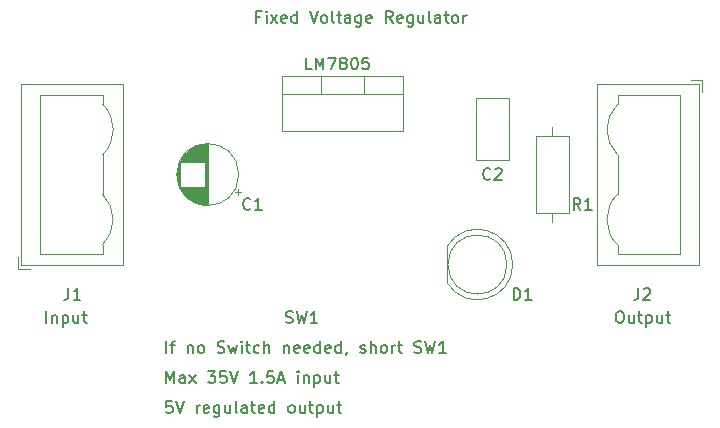
<source format=gbr>
%TF.GenerationSoftware,KiCad,Pcbnew,7.0.8*%
%TF.CreationDate,2023-10-07T13:31:36+02:00*%
%TF.ProjectId,Spannungsregler_(Zusatz),5370616e-6e75-46e6-9773-7265676c6572,rev?*%
%TF.SameCoordinates,Original*%
%TF.FileFunction,Legend,Top*%
%TF.FilePolarity,Positive*%
%FSLAX46Y46*%
G04 Gerber Fmt 4.6, Leading zero omitted, Abs format (unit mm)*
G04 Created by KiCad (PCBNEW 7.0.8) date 2023-10-07 13:31:36*
%MOMM*%
%LPD*%
G01*
G04 APERTURE LIST*
%ADD10C,0.150000*%
%ADD11C,0.120000*%
G04 APERTURE END LIST*
D10*
X107492969Y-97929819D02*
X107016779Y-97929819D01*
X107016779Y-97929819D02*
X106969160Y-98406009D01*
X106969160Y-98406009D02*
X107016779Y-98358390D01*
X107016779Y-98358390D02*
X107112017Y-98310771D01*
X107112017Y-98310771D02*
X107350112Y-98310771D01*
X107350112Y-98310771D02*
X107445350Y-98358390D01*
X107445350Y-98358390D02*
X107492969Y-98406009D01*
X107492969Y-98406009D02*
X107540588Y-98501247D01*
X107540588Y-98501247D02*
X107540588Y-98739342D01*
X107540588Y-98739342D02*
X107492969Y-98834580D01*
X107492969Y-98834580D02*
X107445350Y-98882200D01*
X107445350Y-98882200D02*
X107350112Y-98929819D01*
X107350112Y-98929819D02*
X107112017Y-98929819D01*
X107112017Y-98929819D02*
X107016779Y-98882200D01*
X107016779Y-98882200D02*
X106969160Y-98834580D01*
X107826303Y-97929819D02*
X108159636Y-98929819D01*
X108159636Y-98929819D02*
X108492969Y-97929819D01*
X109588208Y-98929819D02*
X109588208Y-98263152D01*
X109588208Y-98453628D02*
X109635827Y-98358390D01*
X109635827Y-98358390D02*
X109683446Y-98310771D01*
X109683446Y-98310771D02*
X109778684Y-98263152D01*
X109778684Y-98263152D02*
X109873922Y-98263152D01*
X110588208Y-98882200D02*
X110492970Y-98929819D01*
X110492970Y-98929819D02*
X110302494Y-98929819D01*
X110302494Y-98929819D02*
X110207256Y-98882200D01*
X110207256Y-98882200D02*
X110159637Y-98786961D01*
X110159637Y-98786961D02*
X110159637Y-98406009D01*
X110159637Y-98406009D02*
X110207256Y-98310771D01*
X110207256Y-98310771D02*
X110302494Y-98263152D01*
X110302494Y-98263152D02*
X110492970Y-98263152D01*
X110492970Y-98263152D02*
X110588208Y-98310771D01*
X110588208Y-98310771D02*
X110635827Y-98406009D01*
X110635827Y-98406009D02*
X110635827Y-98501247D01*
X110635827Y-98501247D02*
X110159637Y-98596485D01*
X111492970Y-98263152D02*
X111492970Y-99072676D01*
X111492970Y-99072676D02*
X111445351Y-99167914D01*
X111445351Y-99167914D02*
X111397732Y-99215533D01*
X111397732Y-99215533D02*
X111302494Y-99263152D01*
X111302494Y-99263152D02*
X111159637Y-99263152D01*
X111159637Y-99263152D02*
X111064399Y-99215533D01*
X111492970Y-98882200D02*
X111397732Y-98929819D01*
X111397732Y-98929819D02*
X111207256Y-98929819D01*
X111207256Y-98929819D02*
X111112018Y-98882200D01*
X111112018Y-98882200D02*
X111064399Y-98834580D01*
X111064399Y-98834580D02*
X111016780Y-98739342D01*
X111016780Y-98739342D02*
X111016780Y-98453628D01*
X111016780Y-98453628D02*
X111064399Y-98358390D01*
X111064399Y-98358390D02*
X111112018Y-98310771D01*
X111112018Y-98310771D02*
X111207256Y-98263152D01*
X111207256Y-98263152D02*
X111397732Y-98263152D01*
X111397732Y-98263152D02*
X111492970Y-98310771D01*
X112397732Y-98263152D02*
X112397732Y-98929819D01*
X111969161Y-98263152D02*
X111969161Y-98786961D01*
X111969161Y-98786961D02*
X112016780Y-98882200D01*
X112016780Y-98882200D02*
X112112018Y-98929819D01*
X112112018Y-98929819D02*
X112254875Y-98929819D01*
X112254875Y-98929819D02*
X112350113Y-98882200D01*
X112350113Y-98882200D02*
X112397732Y-98834580D01*
X113016780Y-98929819D02*
X112921542Y-98882200D01*
X112921542Y-98882200D02*
X112873923Y-98786961D01*
X112873923Y-98786961D02*
X112873923Y-97929819D01*
X113826304Y-98929819D02*
X113826304Y-98406009D01*
X113826304Y-98406009D02*
X113778685Y-98310771D01*
X113778685Y-98310771D02*
X113683447Y-98263152D01*
X113683447Y-98263152D02*
X113492971Y-98263152D01*
X113492971Y-98263152D02*
X113397733Y-98310771D01*
X113826304Y-98882200D02*
X113731066Y-98929819D01*
X113731066Y-98929819D02*
X113492971Y-98929819D01*
X113492971Y-98929819D02*
X113397733Y-98882200D01*
X113397733Y-98882200D02*
X113350114Y-98786961D01*
X113350114Y-98786961D02*
X113350114Y-98691723D01*
X113350114Y-98691723D02*
X113397733Y-98596485D01*
X113397733Y-98596485D02*
X113492971Y-98548866D01*
X113492971Y-98548866D02*
X113731066Y-98548866D01*
X113731066Y-98548866D02*
X113826304Y-98501247D01*
X114159638Y-98263152D02*
X114540590Y-98263152D01*
X114302495Y-97929819D02*
X114302495Y-98786961D01*
X114302495Y-98786961D02*
X114350114Y-98882200D01*
X114350114Y-98882200D02*
X114445352Y-98929819D01*
X114445352Y-98929819D02*
X114540590Y-98929819D01*
X115254876Y-98882200D02*
X115159638Y-98929819D01*
X115159638Y-98929819D02*
X114969162Y-98929819D01*
X114969162Y-98929819D02*
X114873924Y-98882200D01*
X114873924Y-98882200D02*
X114826305Y-98786961D01*
X114826305Y-98786961D02*
X114826305Y-98406009D01*
X114826305Y-98406009D02*
X114873924Y-98310771D01*
X114873924Y-98310771D02*
X114969162Y-98263152D01*
X114969162Y-98263152D02*
X115159638Y-98263152D01*
X115159638Y-98263152D02*
X115254876Y-98310771D01*
X115254876Y-98310771D02*
X115302495Y-98406009D01*
X115302495Y-98406009D02*
X115302495Y-98501247D01*
X115302495Y-98501247D02*
X114826305Y-98596485D01*
X116159638Y-98929819D02*
X116159638Y-97929819D01*
X116159638Y-98882200D02*
X116064400Y-98929819D01*
X116064400Y-98929819D02*
X115873924Y-98929819D01*
X115873924Y-98929819D02*
X115778686Y-98882200D01*
X115778686Y-98882200D02*
X115731067Y-98834580D01*
X115731067Y-98834580D02*
X115683448Y-98739342D01*
X115683448Y-98739342D02*
X115683448Y-98453628D01*
X115683448Y-98453628D02*
X115731067Y-98358390D01*
X115731067Y-98358390D02*
X115778686Y-98310771D01*
X115778686Y-98310771D02*
X115873924Y-98263152D01*
X115873924Y-98263152D02*
X116064400Y-98263152D01*
X116064400Y-98263152D02*
X116159638Y-98310771D01*
X117540591Y-98929819D02*
X117445353Y-98882200D01*
X117445353Y-98882200D02*
X117397734Y-98834580D01*
X117397734Y-98834580D02*
X117350115Y-98739342D01*
X117350115Y-98739342D02*
X117350115Y-98453628D01*
X117350115Y-98453628D02*
X117397734Y-98358390D01*
X117397734Y-98358390D02*
X117445353Y-98310771D01*
X117445353Y-98310771D02*
X117540591Y-98263152D01*
X117540591Y-98263152D02*
X117683448Y-98263152D01*
X117683448Y-98263152D02*
X117778686Y-98310771D01*
X117778686Y-98310771D02*
X117826305Y-98358390D01*
X117826305Y-98358390D02*
X117873924Y-98453628D01*
X117873924Y-98453628D02*
X117873924Y-98739342D01*
X117873924Y-98739342D02*
X117826305Y-98834580D01*
X117826305Y-98834580D02*
X117778686Y-98882200D01*
X117778686Y-98882200D02*
X117683448Y-98929819D01*
X117683448Y-98929819D02*
X117540591Y-98929819D01*
X118731067Y-98263152D02*
X118731067Y-98929819D01*
X118302496Y-98263152D02*
X118302496Y-98786961D01*
X118302496Y-98786961D02*
X118350115Y-98882200D01*
X118350115Y-98882200D02*
X118445353Y-98929819D01*
X118445353Y-98929819D02*
X118588210Y-98929819D01*
X118588210Y-98929819D02*
X118683448Y-98882200D01*
X118683448Y-98882200D02*
X118731067Y-98834580D01*
X119064401Y-98263152D02*
X119445353Y-98263152D01*
X119207258Y-97929819D02*
X119207258Y-98786961D01*
X119207258Y-98786961D02*
X119254877Y-98882200D01*
X119254877Y-98882200D02*
X119350115Y-98929819D01*
X119350115Y-98929819D02*
X119445353Y-98929819D01*
X119778687Y-98263152D02*
X119778687Y-99263152D01*
X119778687Y-98310771D02*
X119873925Y-98263152D01*
X119873925Y-98263152D02*
X120064401Y-98263152D01*
X120064401Y-98263152D02*
X120159639Y-98310771D01*
X120159639Y-98310771D02*
X120207258Y-98358390D01*
X120207258Y-98358390D02*
X120254877Y-98453628D01*
X120254877Y-98453628D02*
X120254877Y-98739342D01*
X120254877Y-98739342D02*
X120207258Y-98834580D01*
X120207258Y-98834580D02*
X120159639Y-98882200D01*
X120159639Y-98882200D02*
X120064401Y-98929819D01*
X120064401Y-98929819D02*
X119873925Y-98929819D01*
X119873925Y-98929819D02*
X119778687Y-98882200D01*
X121112020Y-98263152D02*
X121112020Y-98929819D01*
X120683449Y-98263152D02*
X120683449Y-98786961D01*
X120683449Y-98786961D02*
X120731068Y-98882200D01*
X120731068Y-98882200D02*
X120826306Y-98929819D01*
X120826306Y-98929819D02*
X120969163Y-98929819D01*
X120969163Y-98929819D02*
X121064401Y-98882200D01*
X121064401Y-98882200D02*
X121112020Y-98834580D01*
X121445354Y-98263152D02*
X121826306Y-98263152D01*
X121588211Y-97929819D02*
X121588211Y-98786961D01*
X121588211Y-98786961D02*
X121635830Y-98882200D01*
X121635830Y-98882200D02*
X121731068Y-98929819D01*
X121731068Y-98929819D02*
X121826306Y-98929819D01*
X117129160Y-91262200D02*
X117272017Y-91309819D01*
X117272017Y-91309819D02*
X117510112Y-91309819D01*
X117510112Y-91309819D02*
X117605350Y-91262200D01*
X117605350Y-91262200D02*
X117652969Y-91214580D01*
X117652969Y-91214580D02*
X117700588Y-91119342D01*
X117700588Y-91119342D02*
X117700588Y-91024104D01*
X117700588Y-91024104D02*
X117652969Y-90928866D01*
X117652969Y-90928866D02*
X117605350Y-90881247D01*
X117605350Y-90881247D02*
X117510112Y-90833628D01*
X117510112Y-90833628D02*
X117319636Y-90786009D01*
X117319636Y-90786009D02*
X117224398Y-90738390D01*
X117224398Y-90738390D02*
X117176779Y-90690771D01*
X117176779Y-90690771D02*
X117129160Y-90595533D01*
X117129160Y-90595533D02*
X117129160Y-90500295D01*
X117129160Y-90500295D02*
X117176779Y-90405057D01*
X117176779Y-90405057D02*
X117224398Y-90357438D01*
X117224398Y-90357438D02*
X117319636Y-90309819D01*
X117319636Y-90309819D02*
X117557731Y-90309819D01*
X117557731Y-90309819D02*
X117700588Y-90357438D01*
X118033922Y-90309819D02*
X118272017Y-91309819D01*
X118272017Y-91309819D02*
X118462493Y-90595533D01*
X118462493Y-90595533D02*
X118652969Y-91309819D01*
X118652969Y-91309819D02*
X118891065Y-90309819D01*
X119795826Y-91309819D02*
X119224398Y-91309819D01*
X119510112Y-91309819D02*
X119510112Y-90309819D01*
X119510112Y-90309819D02*
X119414874Y-90452676D01*
X119414874Y-90452676D02*
X119319636Y-90547914D01*
X119319636Y-90547914D02*
X119224398Y-90595533D01*
X107016779Y-93849819D02*
X107016779Y-92849819D01*
X107350112Y-93183152D02*
X107731064Y-93183152D01*
X107492969Y-93849819D02*
X107492969Y-92992676D01*
X107492969Y-92992676D02*
X107540588Y-92897438D01*
X107540588Y-92897438D02*
X107635826Y-92849819D01*
X107635826Y-92849819D02*
X107731064Y-92849819D01*
X108826303Y-93183152D02*
X108826303Y-93849819D01*
X108826303Y-93278390D02*
X108873922Y-93230771D01*
X108873922Y-93230771D02*
X108969160Y-93183152D01*
X108969160Y-93183152D02*
X109112017Y-93183152D01*
X109112017Y-93183152D02*
X109207255Y-93230771D01*
X109207255Y-93230771D02*
X109254874Y-93326009D01*
X109254874Y-93326009D02*
X109254874Y-93849819D01*
X109873922Y-93849819D02*
X109778684Y-93802200D01*
X109778684Y-93802200D02*
X109731065Y-93754580D01*
X109731065Y-93754580D02*
X109683446Y-93659342D01*
X109683446Y-93659342D02*
X109683446Y-93373628D01*
X109683446Y-93373628D02*
X109731065Y-93278390D01*
X109731065Y-93278390D02*
X109778684Y-93230771D01*
X109778684Y-93230771D02*
X109873922Y-93183152D01*
X109873922Y-93183152D02*
X110016779Y-93183152D01*
X110016779Y-93183152D02*
X110112017Y-93230771D01*
X110112017Y-93230771D02*
X110159636Y-93278390D01*
X110159636Y-93278390D02*
X110207255Y-93373628D01*
X110207255Y-93373628D02*
X110207255Y-93659342D01*
X110207255Y-93659342D02*
X110159636Y-93754580D01*
X110159636Y-93754580D02*
X110112017Y-93802200D01*
X110112017Y-93802200D02*
X110016779Y-93849819D01*
X110016779Y-93849819D02*
X109873922Y-93849819D01*
X111350113Y-93802200D02*
X111492970Y-93849819D01*
X111492970Y-93849819D02*
X111731065Y-93849819D01*
X111731065Y-93849819D02*
X111826303Y-93802200D01*
X111826303Y-93802200D02*
X111873922Y-93754580D01*
X111873922Y-93754580D02*
X111921541Y-93659342D01*
X111921541Y-93659342D02*
X111921541Y-93564104D01*
X111921541Y-93564104D02*
X111873922Y-93468866D01*
X111873922Y-93468866D02*
X111826303Y-93421247D01*
X111826303Y-93421247D02*
X111731065Y-93373628D01*
X111731065Y-93373628D02*
X111540589Y-93326009D01*
X111540589Y-93326009D02*
X111445351Y-93278390D01*
X111445351Y-93278390D02*
X111397732Y-93230771D01*
X111397732Y-93230771D02*
X111350113Y-93135533D01*
X111350113Y-93135533D02*
X111350113Y-93040295D01*
X111350113Y-93040295D02*
X111397732Y-92945057D01*
X111397732Y-92945057D02*
X111445351Y-92897438D01*
X111445351Y-92897438D02*
X111540589Y-92849819D01*
X111540589Y-92849819D02*
X111778684Y-92849819D01*
X111778684Y-92849819D02*
X111921541Y-92897438D01*
X112254875Y-93183152D02*
X112445351Y-93849819D01*
X112445351Y-93849819D02*
X112635827Y-93373628D01*
X112635827Y-93373628D02*
X112826303Y-93849819D01*
X112826303Y-93849819D02*
X113016779Y-93183152D01*
X113397732Y-93849819D02*
X113397732Y-93183152D01*
X113397732Y-92849819D02*
X113350113Y-92897438D01*
X113350113Y-92897438D02*
X113397732Y-92945057D01*
X113397732Y-92945057D02*
X113445351Y-92897438D01*
X113445351Y-92897438D02*
X113397732Y-92849819D01*
X113397732Y-92849819D02*
X113397732Y-92945057D01*
X113731065Y-93183152D02*
X114112017Y-93183152D01*
X113873922Y-92849819D02*
X113873922Y-93706961D01*
X113873922Y-93706961D02*
X113921541Y-93802200D01*
X113921541Y-93802200D02*
X114016779Y-93849819D01*
X114016779Y-93849819D02*
X114112017Y-93849819D01*
X114873922Y-93802200D02*
X114778684Y-93849819D01*
X114778684Y-93849819D02*
X114588208Y-93849819D01*
X114588208Y-93849819D02*
X114492970Y-93802200D01*
X114492970Y-93802200D02*
X114445351Y-93754580D01*
X114445351Y-93754580D02*
X114397732Y-93659342D01*
X114397732Y-93659342D02*
X114397732Y-93373628D01*
X114397732Y-93373628D02*
X114445351Y-93278390D01*
X114445351Y-93278390D02*
X114492970Y-93230771D01*
X114492970Y-93230771D02*
X114588208Y-93183152D01*
X114588208Y-93183152D02*
X114778684Y-93183152D01*
X114778684Y-93183152D02*
X114873922Y-93230771D01*
X115302494Y-93849819D02*
X115302494Y-92849819D01*
X115731065Y-93849819D02*
X115731065Y-93326009D01*
X115731065Y-93326009D02*
X115683446Y-93230771D01*
X115683446Y-93230771D02*
X115588208Y-93183152D01*
X115588208Y-93183152D02*
X115445351Y-93183152D01*
X115445351Y-93183152D02*
X115350113Y-93230771D01*
X115350113Y-93230771D02*
X115302494Y-93278390D01*
X116969161Y-93183152D02*
X116969161Y-93849819D01*
X116969161Y-93278390D02*
X117016780Y-93230771D01*
X117016780Y-93230771D02*
X117112018Y-93183152D01*
X117112018Y-93183152D02*
X117254875Y-93183152D01*
X117254875Y-93183152D02*
X117350113Y-93230771D01*
X117350113Y-93230771D02*
X117397732Y-93326009D01*
X117397732Y-93326009D02*
X117397732Y-93849819D01*
X118254875Y-93802200D02*
X118159637Y-93849819D01*
X118159637Y-93849819D02*
X117969161Y-93849819D01*
X117969161Y-93849819D02*
X117873923Y-93802200D01*
X117873923Y-93802200D02*
X117826304Y-93706961D01*
X117826304Y-93706961D02*
X117826304Y-93326009D01*
X117826304Y-93326009D02*
X117873923Y-93230771D01*
X117873923Y-93230771D02*
X117969161Y-93183152D01*
X117969161Y-93183152D02*
X118159637Y-93183152D01*
X118159637Y-93183152D02*
X118254875Y-93230771D01*
X118254875Y-93230771D02*
X118302494Y-93326009D01*
X118302494Y-93326009D02*
X118302494Y-93421247D01*
X118302494Y-93421247D02*
X117826304Y-93516485D01*
X119112018Y-93802200D02*
X119016780Y-93849819D01*
X119016780Y-93849819D02*
X118826304Y-93849819D01*
X118826304Y-93849819D02*
X118731066Y-93802200D01*
X118731066Y-93802200D02*
X118683447Y-93706961D01*
X118683447Y-93706961D02*
X118683447Y-93326009D01*
X118683447Y-93326009D02*
X118731066Y-93230771D01*
X118731066Y-93230771D02*
X118826304Y-93183152D01*
X118826304Y-93183152D02*
X119016780Y-93183152D01*
X119016780Y-93183152D02*
X119112018Y-93230771D01*
X119112018Y-93230771D02*
X119159637Y-93326009D01*
X119159637Y-93326009D02*
X119159637Y-93421247D01*
X119159637Y-93421247D02*
X118683447Y-93516485D01*
X120016780Y-93849819D02*
X120016780Y-92849819D01*
X120016780Y-93802200D02*
X119921542Y-93849819D01*
X119921542Y-93849819D02*
X119731066Y-93849819D01*
X119731066Y-93849819D02*
X119635828Y-93802200D01*
X119635828Y-93802200D02*
X119588209Y-93754580D01*
X119588209Y-93754580D02*
X119540590Y-93659342D01*
X119540590Y-93659342D02*
X119540590Y-93373628D01*
X119540590Y-93373628D02*
X119588209Y-93278390D01*
X119588209Y-93278390D02*
X119635828Y-93230771D01*
X119635828Y-93230771D02*
X119731066Y-93183152D01*
X119731066Y-93183152D02*
X119921542Y-93183152D01*
X119921542Y-93183152D02*
X120016780Y-93230771D01*
X120873923Y-93802200D02*
X120778685Y-93849819D01*
X120778685Y-93849819D02*
X120588209Y-93849819D01*
X120588209Y-93849819D02*
X120492971Y-93802200D01*
X120492971Y-93802200D02*
X120445352Y-93706961D01*
X120445352Y-93706961D02*
X120445352Y-93326009D01*
X120445352Y-93326009D02*
X120492971Y-93230771D01*
X120492971Y-93230771D02*
X120588209Y-93183152D01*
X120588209Y-93183152D02*
X120778685Y-93183152D01*
X120778685Y-93183152D02*
X120873923Y-93230771D01*
X120873923Y-93230771D02*
X120921542Y-93326009D01*
X120921542Y-93326009D02*
X120921542Y-93421247D01*
X120921542Y-93421247D02*
X120445352Y-93516485D01*
X121778685Y-93849819D02*
X121778685Y-92849819D01*
X121778685Y-93802200D02*
X121683447Y-93849819D01*
X121683447Y-93849819D02*
X121492971Y-93849819D01*
X121492971Y-93849819D02*
X121397733Y-93802200D01*
X121397733Y-93802200D02*
X121350114Y-93754580D01*
X121350114Y-93754580D02*
X121302495Y-93659342D01*
X121302495Y-93659342D02*
X121302495Y-93373628D01*
X121302495Y-93373628D02*
X121350114Y-93278390D01*
X121350114Y-93278390D02*
X121397733Y-93230771D01*
X121397733Y-93230771D02*
X121492971Y-93183152D01*
X121492971Y-93183152D02*
X121683447Y-93183152D01*
X121683447Y-93183152D02*
X121778685Y-93230771D01*
X122302495Y-93802200D02*
X122302495Y-93849819D01*
X122302495Y-93849819D02*
X122254876Y-93945057D01*
X122254876Y-93945057D02*
X122207257Y-93992676D01*
X123445352Y-93802200D02*
X123540590Y-93849819D01*
X123540590Y-93849819D02*
X123731066Y-93849819D01*
X123731066Y-93849819D02*
X123826304Y-93802200D01*
X123826304Y-93802200D02*
X123873923Y-93706961D01*
X123873923Y-93706961D02*
X123873923Y-93659342D01*
X123873923Y-93659342D02*
X123826304Y-93564104D01*
X123826304Y-93564104D02*
X123731066Y-93516485D01*
X123731066Y-93516485D02*
X123588209Y-93516485D01*
X123588209Y-93516485D02*
X123492971Y-93468866D01*
X123492971Y-93468866D02*
X123445352Y-93373628D01*
X123445352Y-93373628D02*
X123445352Y-93326009D01*
X123445352Y-93326009D02*
X123492971Y-93230771D01*
X123492971Y-93230771D02*
X123588209Y-93183152D01*
X123588209Y-93183152D02*
X123731066Y-93183152D01*
X123731066Y-93183152D02*
X123826304Y-93230771D01*
X124302495Y-93849819D02*
X124302495Y-92849819D01*
X124731066Y-93849819D02*
X124731066Y-93326009D01*
X124731066Y-93326009D02*
X124683447Y-93230771D01*
X124683447Y-93230771D02*
X124588209Y-93183152D01*
X124588209Y-93183152D02*
X124445352Y-93183152D01*
X124445352Y-93183152D02*
X124350114Y-93230771D01*
X124350114Y-93230771D02*
X124302495Y-93278390D01*
X125350114Y-93849819D02*
X125254876Y-93802200D01*
X125254876Y-93802200D02*
X125207257Y-93754580D01*
X125207257Y-93754580D02*
X125159638Y-93659342D01*
X125159638Y-93659342D02*
X125159638Y-93373628D01*
X125159638Y-93373628D02*
X125207257Y-93278390D01*
X125207257Y-93278390D02*
X125254876Y-93230771D01*
X125254876Y-93230771D02*
X125350114Y-93183152D01*
X125350114Y-93183152D02*
X125492971Y-93183152D01*
X125492971Y-93183152D02*
X125588209Y-93230771D01*
X125588209Y-93230771D02*
X125635828Y-93278390D01*
X125635828Y-93278390D02*
X125683447Y-93373628D01*
X125683447Y-93373628D02*
X125683447Y-93659342D01*
X125683447Y-93659342D02*
X125635828Y-93754580D01*
X125635828Y-93754580D02*
X125588209Y-93802200D01*
X125588209Y-93802200D02*
X125492971Y-93849819D01*
X125492971Y-93849819D02*
X125350114Y-93849819D01*
X126112019Y-93849819D02*
X126112019Y-93183152D01*
X126112019Y-93373628D02*
X126159638Y-93278390D01*
X126159638Y-93278390D02*
X126207257Y-93230771D01*
X126207257Y-93230771D02*
X126302495Y-93183152D01*
X126302495Y-93183152D02*
X126397733Y-93183152D01*
X126588210Y-93183152D02*
X126969162Y-93183152D01*
X126731067Y-92849819D02*
X126731067Y-93706961D01*
X126731067Y-93706961D02*
X126778686Y-93802200D01*
X126778686Y-93802200D02*
X126873924Y-93849819D01*
X126873924Y-93849819D02*
X126969162Y-93849819D01*
X128016782Y-93802200D02*
X128159639Y-93849819D01*
X128159639Y-93849819D02*
X128397734Y-93849819D01*
X128397734Y-93849819D02*
X128492972Y-93802200D01*
X128492972Y-93802200D02*
X128540591Y-93754580D01*
X128540591Y-93754580D02*
X128588210Y-93659342D01*
X128588210Y-93659342D02*
X128588210Y-93564104D01*
X128588210Y-93564104D02*
X128540591Y-93468866D01*
X128540591Y-93468866D02*
X128492972Y-93421247D01*
X128492972Y-93421247D02*
X128397734Y-93373628D01*
X128397734Y-93373628D02*
X128207258Y-93326009D01*
X128207258Y-93326009D02*
X128112020Y-93278390D01*
X128112020Y-93278390D02*
X128064401Y-93230771D01*
X128064401Y-93230771D02*
X128016782Y-93135533D01*
X128016782Y-93135533D02*
X128016782Y-93040295D01*
X128016782Y-93040295D02*
X128064401Y-92945057D01*
X128064401Y-92945057D02*
X128112020Y-92897438D01*
X128112020Y-92897438D02*
X128207258Y-92849819D01*
X128207258Y-92849819D02*
X128445353Y-92849819D01*
X128445353Y-92849819D02*
X128588210Y-92897438D01*
X128921544Y-92849819D02*
X129159639Y-93849819D01*
X129159639Y-93849819D02*
X129350115Y-93135533D01*
X129350115Y-93135533D02*
X129540591Y-93849819D01*
X129540591Y-93849819D02*
X129778687Y-92849819D01*
X130683448Y-93849819D02*
X130112020Y-93849819D01*
X130397734Y-93849819D02*
X130397734Y-92849819D01*
X130397734Y-92849819D02*
X130302496Y-92992676D01*
X130302496Y-92992676D02*
X130207258Y-93087914D01*
X130207258Y-93087914D02*
X130112020Y-93135533D01*
X145307255Y-90309819D02*
X145497731Y-90309819D01*
X145497731Y-90309819D02*
X145592969Y-90357438D01*
X145592969Y-90357438D02*
X145688207Y-90452676D01*
X145688207Y-90452676D02*
X145735826Y-90643152D01*
X145735826Y-90643152D02*
X145735826Y-90976485D01*
X145735826Y-90976485D02*
X145688207Y-91166961D01*
X145688207Y-91166961D02*
X145592969Y-91262200D01*
X145592969Y-91262200D02*
X145497731Y-91309819D01*
X145497731Y-91309819D02*
X145307255Y-91309819D01*
X145307255Y-91309819D02*
X145212017Y-91262200D01*
X145212017Y-91262200D02*
X145116779Y-91166961D01*
X145116779Y-91166961D02*
X145069160Y-90976485D01*
X145069160Y-90976485D02*
X145069160Y-90643152D01*
X145069160Y-90643152D02*
X145116779Y-90452676D01*
X145116779Y-90452676D02*
X145212017Y-90357438D01*
X145212017Y-90357438D02*
X145307255Y-90309819D01*
X146592969Y-90643152D02*
X146592969Y-91309819D01*
X146164398Y-90643152D02*
X146164398Y-91166961D01*
X146164398Y-91166961D02*
X146212017Y-91262200D01*
X146212017Y-91262200D02*
X146307255Y-91309819D01*
X146307255Y-91309819D02*
X146450112Y-91309819D01*
X146450112Y-91309819D02*
X146545350Y-91262200D01*
X146545350Y-91262200D02*
X146592969Y-91214580D01*
X146926303Y-90643152D02*
X147307255Y-90643152D01*
X147069160Y-90309819D02*
X147069160Y-91166961D01*
X147069160Y-91166961D02*
X147116779Y-91262200D01*
X147116779Y-91262200D02*
X147212017Y-91309819D01*
X147212017Y-91309819D02*
X147307255Y-91309819D01*
X147640589Y-90643152D02*
X147640589Y-91643152D01*
X147640589Y-90690771D02*
X147735827Y-90643152D01*
X147735827Y-90643152D02*
X147926303Y-90643152D01*
X147926303Y-90643152D02*
X148021541Y-90690771D01*
X148021541Y-90690771D02*
X148069160Y-90738390D01*
X148069160Y-90738390D02*
X148116779Y-90833628D01*
X148116779Y-90833628D02*
X148116779Y-91119342D01*
X148116779Y-91119342D02*
X148069160Y-91214580D01*
X148069160Y-91214580D02*
X148021541Y-91262200D01*
X148021541Y-91262200D02*
X147926303Y-91309819D01*
X147926303Y-91309819D02*
X147735827Y-91309819D01*
X147735827Y-91309819D02*
X147640589Y-91262200D01*
X148973922Y-90643152D02*
X148973922Y-91309819D01*
X148545351Y-90643152D02*
X148545351Y-91166961D01*
X148545351Y-91166961D02*
X148592970Y-91262200D01*
X148592970Y-91262200D02*
X148688208Y-91309819D01*
X148688208Y-91309819D02*
X148831065Y-91309819D01*
X148831065Y-91309819D02*
X148926303Y-91262200D01*
X148926303Y-91262200D02*
X148973922Y-91214580D01*
X149307256Y-90643152D02*
X149688208Y-90643152D01*
X149450113Y-90309819D02*
X149450113Y-91166961D01*
X149450113Y-91166961D02*
X149497732Y-91262200D01*
X149497732Y-91262200D02*
X149592970Y-91309819D01*
X149592970Y-91309819D02*
X149688208Y-91309819D01*
X96856779Y-91309819D02*
X96856779Y-90309819D01*
X97332969Y-90643152D02*
X97332969Y-91309819D01*
X97332969Y-90738390D02*
X97380588Y-90690771D01*
X97380588Y-90690771D02*
X97475826Y-90643152D01*
X97475826Y-90643152D02*
X97618683Y-90643152D01*
X97618683Y-90643152D02*
X97713921Y-90690771D01*
X97713921Y-90690771D02*
X97761540Y-90786009D01*
X97761540Y-90786009D02*
X97761540Y-91309819D01*
X98237731Y-90643152D02*
X98237731Y-91643152D01*
X98237731Y-90690771D02*
X98332969Y-90643152D01*
X98332969Y-90643152D02*
X98523445Y-90643152D01*
X98523445Y-90643152D02*
X98618683Y-90690771D01*
X98618683Y-90690771D02*
X98666302Y-90738390D01*
X98666302Y-90738390D02*
X98713921Y-90833628D01*
X98713921Y-90833628D02*
X98713921Y-91119342D01*
X98713921Y-91119342D02*
X98666302Y-91214580D01*
X98666302Y-91214580D02*
X98618683Y-91262200D01*
X98618683Y-91262200D02*
X98523445Y-91309819D01*
X98523445Y-91309819D02*
X98332969Y-91309819D01*
X98332969Y-91309819D02*
X98237731Y-91262200D01*
X99571064Y-90643152D02*
X99571064Y-91309819D01*
X99142493Y-90643152D02*
X99142493Y-91166961D01*
X99142493Y-91166961D02*
X99190112Y-91262200D01*
X99190112Y-91262200D02*
X99285350Y-91309819D01*
X99285350Y-91309819D02*
X99428207Y-91309819D01*
X99428207Y-91309819D02*
X99523445Y-91262200D01*
X99523445Y-91262200D02*
X99571064Y-91214580D01*
X99904398Y-90643152D02*
X100285350Y-90643152D01*
X100047255Y-90309819D02*
X100047255Y-91166961D01*
X100047255Y-91166961D02*
X100094874Y-91262200D01*
X100094874Y-91262200D02*
X100190112Y-91309819D01*
X100190112Y-91309819D02*
X100285350Y-91309819D01*
X107016779Y-96389819D02*
X107016779Y-95389819D01*
X107016779Y-95389819D02*
X107350112Y-96104104D01*
X107350112Y-96104104D02*
X107683445Y-95389819D01*
X107683445Y-95389819D02*
X107683445Y-96389819D01*
X108588207Y-96389819D02*
X108588207Y-95866009D01*
X108588207Y-95866009D02*
X108540588Y-95770771D01*
X108540588Y-95770771D02*
X108445350Y-95723152D01*
X108445350Y-95723152D02*
X108254874Y-95723152D01*
X108254874Y-95723152D02*
X108159636Y-95770771D01*
X108588207Y-96342200D02*
X108492969Y-96389819D01*
X108492969Y-96389819D02*
X108254874Y-96389819D01*
X108254874Y-96389819D02*
X108159636Y-96342200D01*
X108159636Y-96342200D02*
X108112017Y-96246961D01*
X108112017Y-96246961D02*
X108112017Y-96151723D01*
X108112017Y-96151723D02*
X108159636Y-96056485D01*
X108159636Y-96056485D02*
X108254874Y-96008866D01*
X108254874Y-96008866D02*
X108492969Y-96008866D01*
X108492969Y-96008866D02*
X108588207Y-95961247D01*
X108969160Y-96389819D02*
X109492969Y-95723152D01*
X108969160Y-95723152D02*
X109492969Y-96389819D01*
X110540589Y-95389819D02*
X111159636Y-95389819D01*
X111159636Y-95389819D02*
X110826303Y-95770771D01*
X110826303Y-95770771D02*
X110969160Y-95770771D01*
X110969160Y-95770771D02*
X111064398Y-95818390D01*
X111064398Y-95818390D02*
X111112017Y-95866009D01*
X111112017Y-95866009D02*
X111159636Y-95961247D01*
X111159636Y-95961247D02*
X111159636Y-96199342D01*
X111159636Y-96199342D02*
X111112017Y-96294580D01*
X111112017Y-96294580D02*
X111064398Y-96342200D01*
X111064398Y-96342200D02*
X110969160Y-96389819D01*
X110969160Y-96389819D02*
X110683446Y-96389819D01*
X110683446Y-96389819D02*
X110588208Y-96342200D01*
X110588208Y-96342200D02*
X110540589Y-96294580D01*
X112064398Y-95389819D02*
X111588208Y-95389819D01*
X111588208Y-95389819D02*
X111540589Y-95866009D01*
X111540589Y-95866009D02*
X111588208Y-95818390D01*
X111588208Y-95818390D02*
X111683446Y-95770771D01*
X111683446Y-95770771D02*
X111921541Y-95770771D01*
X111921541Y-95770771D02*
X112016779Y-95818390D01*
X112016779Y-95818390D02*
X112064398Y-95866009D01*
X112064398Y-95866009D02*
X112112017Y-95961247D01*
X112112017Y-95961247D02*
X112112017Y-96199342D01*
X112112017Y-96199342D02*
X112064398Y-96294580D01*
X112064398Y-96294580D02*
X112016779Y-96342200D01*
X112016779Y-96342200D02*
X111921541Y-96389819D01*
X111921541Y-96389819D02*
X111683446Y-96389819D01*
X111683446Y-96389819D02*
X111588208Y-96342200D01*
X111588208Y-96342200D02*
X111540589Y-96294580D01*
X112397732Y-95389819D02*
X112731065Y-96389819D01*
X112731065Y-96389819D02*
X113064398Y-95389819D01*
X114683446Y-96389819D02*
X114112018Y-96389819D01*
X114397732Y-96389819D02*
X114397732Y-95389819D01*
X114397732Y-95389819D02*
X114302494Y-95532676D01*
X114302494Y-95532676D02*
X114207256Y-95627914D01*
X114207256Y-95627914D02*
X114112018Y-95675533D01*
X115112018Y-96294580D02*
X115159637Y-96342200D01*
X115159637Y-96342200D02*
X115112018Y-96389819D01*
X115112018Y-96389819D02*
X115064399Y-96342200D01*
X115064399Y-96342200D02*
X115112018Y-96294580D01*
X115112018Y-96294580D02*
X115112018Y-96389819D01*
X116064398Y-95389819D02*
X115588208Y-95389819D01*
X115588208Y-95389819D02*
X115540589Y-95866009D01*
X115540589Y-95866009D02*
X115588208Y-95818390D01*
X115588208Y-95818390D02*
X115683446Y-95770771D01*
X115683446Y-95770771D02*
X115921541Y-95770771D01*
X115921541Y-95770771D02*
X116016779Y-95818390D01*
X116016779Y-95818390D02*
X116064398Y-95866009D01*
X116064398Y-95866009D02*
X116112017Y-95961247D01*
X116112017Y-95961247D02*
X116112017Y-96199342D01*
X116112017Y-96199342D02*
X116064398Y-96294580D01*
X116064398Y-96294580D02*
X116016779Y-96342200D01*
X116016779Y-96342200D02*
X115921541Y-96389819D01*
X115921541Y-96389819D02*
X115683446Y-96389819D01*
X115683446Y-96389819D02*
X115588208Y-96342200D01*
X115588208Y-96342200D02*
X115540589Y-96294580D01*
X116492970Y-96104104D02*
X116969160Y-96104104D01*
X116397732Y-96389819D02*
X116731065Y-95389819D01*
X116731065Y-95389819D02*
X117064398Y-96389819D01*
X118159637Y-96389819D02*
X118159637Y-95723152D01*
X118159637Y-95389819D02*
X118112018Y-95437438D01*
X118112018Y-95437438D02*
X118159637Y-95485057D01*
X118159637Y-95485057D02*
X118207256Y-95437438D01*
X118207256Y-95437438D02*
X118159637Y-95389819D01*
X118159637Y-95389819D02*
X118159637Y-95485057D01*
X118635827Y-95723152D02*
X118635827Y-96389819D01*
X118635827Y-95818390D02*
X118683446Y-95770771D01*
X118683446Y-95770771D02*
X118778684Y-95723152D01*
X118778684Y-95723152D02*
X118921541Y-95723152D01*
X118921541Y-95723152D02*
X119016779Y-95770771D01*
X119016779Y-95770771D02*
X119064398Y-95866009D01*
X119064398Y-95866009D02*
X119064398Y-96389819D01*
X119540589Y-95723152D02*
X119540589Y-96723152D01*
X119540589Y-95770771D02*
X119635827Y-95723152D01*
X119635827Y-95723152D02*
X119826303Y-95723152D01*
X119826303Y-95723152D02*
X119921541Y-95770771D01*
X119921541Y-95770771D02*
X119969160Y-95818390D01*
X119969160Y-95818390D02*
X120016779Y-95913628D01*
X120016779Y-95913628D02*
X120016779Y-96199342D01*
X120016779Y-96199342D02*
X119969160Y-96294580D01*
X119969160Y-96294580D02*
X119921541Y-96342200D01*
X119921541Y-96342200D02*
X119826303Y-96389819D01*
X119826303Y-96389819D02*
X119635827Y-96389819D01*
X119635827Y-96389819D02*
X119540589Y-96342200D01*
X120873922Y-95723152D02*
X120873922Y-96389819D01*
X120445351Y-95723152D02*
X120445351Y-96246961D01*
X120445351Y-96246961D02*
X120492970Y-96342200D01*
X120492970Y-96342200D02*
X120588208Y-96389819D01*
X120588208Y-96389819D02*
X120731065Y-96389819D01*
X120731065Y-96389819D02*
X120826303Y-96342200D01*
X120826303Y-96342200D02*
X120873922Y-96294580D01*
X121207256Y-95723152D02*
X121588208Y-95723152D01*
X121350113Y-95389819D02*
X121350113Y-96246961D01*
X121350113Y-96246961D02*
X121397732Y-96342200D01*
X121397732Y-96342200D02*
X121492970Y-96389819D01*
X121492970Y-96389819D02*
X121588208Y-96389819D01*
X114970112Y-65386009D02*
X114636779Y-65386009D01*
X114636779Y-65909819D02*
X114636779Y-64909819D01*
X114636779Y-64909819D02*
X115112969Y-64909819D01*
X115493922Y-65909819D02*
X115493922Y-65243152D01*
X115493922Y-64909819D02*
X115446303Y-64957438D01*
X115446303Y-64957438D02*
X115493922Y-65005057D01*
X115493922Y-65005057D02*
X115541541Y-64957438D01*
X115541541Y-64957438D02*
X115493922Y-64909819D01*
X115493922Y-64909819D02*
X115493922Y-65005057D01*
X115874874Y-65909819D02*
X116398683Y-65243152D01*
X115874874Y-65243152D02*
X116398683Y-65909819D01*
X117160588Y-65862200D02*
X117065350Y-65909819D01*
X117065350Y-65909819D02*
X116874874Y-65909819D01*
X116874874Y-65909819D02*
X116779636Y-65862200D01*
X116779636Y-65862200D02*
X116732017Y-65766961D01*
X116732017Y-65766961D02*
X116732017Y-65386009D01*
X116732017Y-65386009D02*
X116779636Y-65290771D01*
X116779636Y-65290771D02*
X116874874Y-65243152D01*
X116874874Y-65243152D02*
X117065350Y-65243152D01*
X117065350Y-65243152D02*
X117160588Y-65290771D01*
X117160588Y-65290771D02*
X117208207Y-65386009D01*
X117208207Y-65386009D02*
X117208207Y-65481247D01*
X117208207Y-65481247D02*
X116732017Y-65576485D01*
X118065350Y-65909819D02*
X118065350Y-64909819D01*
X118065350Y-65862200D02*
X117970112Y-65909819D01*
X117970112Y-65909819D02*
X117779636Y-65909819D01*
X117779636Y-65909819D02*
X117684398Y-65862200D01*
X117684398Y-65862200D02*
X117636779Y-65814580D01*
X117636779Y-65814580D02*
X117589160Y-65719342D01*
X117589160Y-65719342D02*
X117589160Y-65433628D01*
X117589160Y-65433628D02*
X117636779Y-65338390D01*
X117636779Y-65338390D02*
X117684398Y-65290771D01*
X117684398Y-65290771D02*
X117779636Y-65243152D01*
X117779636Y-65243152D02*
X117970112Y-65243152D01*
X117970112Y-65243152D02*
X118065350Y-65290771D01*
X119160589Y-64909819D02*
X119493922Y-65909819D01*
X119493922Y-65909819D02*
X119827255Y-64909819D01*
X120303446Y-65909819D02*
X120208208Y-65862200D01*
X120208208Y-65862200D02*
X120160589Y-65814580D01*
X120160589Y-65814580D02*
X120112970Y-65719342D01*
X120112970Y-65719342D02*
X120112970Y-65433628D01*
X120112970Y-65433628D02*
X120160589Y-65338390D01*
X120160589Y-65338390D02*
X120208208Y-65290771D01*
X120208208Y-65290771D02*
X120303446Y-65243152D01*
X120303446Y-65243152D02*
X120446303Y-65243152D01*
X120446303Y-65243152D02*
X120541541Y-65290771D01*
X120541541Y-65290771D02*
X120589160Y-65338390D01*
X120589160Y-65338390D02*
X120636779Y-65433628D01*
X120636779Y-65433628D02*
X120636779Y-65719342D01*
X120636779Y-65719342D02*
X120589160Y-65814580D01*
X120589160Y-65814580D02*
X120541541Y-65862200D01*
X120541541Y-65862200D02*
X120446303Y-65909819D01*
X120446303Y-65909819D02*
X120303446Y-65909819D01*
X121208208Y-65909819D02*
X121112970Y-65862200D01*
X121112970Y-65862200D02*
X121065351Y-65766961D01*
X121065351Y-65766961D02*
X121065351Y-64909819D01*
X121446304Y-65243152D02*
X121827256Y-65243152D01*
X121589161Y-64909819D02*
X121589161Y-65766961D01*
X121589161Y-65766961D02*
X121636780Y-65862200D01*
X121636780Y-65862200D02*
X121732018Y-65909819D01*
X121732018Y-65909819D02*
X121827256Y-65909819D01*
X122589161Y-65909819D02*
X122589161Y-65386009D01*
X122589161Y-65386009D02*
X122541542Y-65290771D01*
X122541542Y-65290771D02*
X122446304Y-65243152D01*
X122446304Y-65243152D02*
X122255828Y-65243152D01*
X122255828Y-65243152D02*
X122160590Y-65290771D01*
X122589161Y-65862200D02*
X122493923Y-65909819D01*
X122493923Y-65909819D02*
X122255828Y-65909819D01*
X122255828Y-65909819D02*
X122160590Y-65862200D01*
X122160590Y-65862200D02*
X122112971Y-65766961D01*
X122112971Y-65766961D02*
X122112971Y-65671723D01*
X122112971Y-65671723D02*
X122160590Y-65576485D01*
X122160590Y-65576485D02*
X122255828Y-65528866D01*
X122255828Y-65528866D02*
X122493923Y-65528866D01*
X122493923Y-65528866D02*
X122589161Y-65481247D01*
X123493923Y-65243152D02*
X123493923Y-66052676D01*
X123493923Y-66052676D02*
X123446304Y-66147914D01*
X123446304Y-66147914D02*
X123398685Y-66195533D01*
X123398685Y-66195533D02*
X123303447Y-66243152D01*
X123303447Y-66243152D02*
X123160590Y-66243152D01*
X123160590Y-66243152D02*
X123065352Y-66195533D01*
X123493923Y-65862200D02*
X123398685Y-65909819D01*
X123398685Y-65909819D02*
X123208209Y-65909819D01*
X123208209Y-65909819D02*
X123112971Y-65862200D01*
X123112971Y-65862200D02*
X123065352Y-65814580D01*
X123065352Y-65814580D02*
X123017733Y-65719342D01*
X123017733Y-65719342D02*
X123017733Y-65433628D01*
X123017733Y-65433628D02*
X123065352Y-65338390D01*
X123065352Y-65338390D02*
X123112971Y-65290771D01*
X123112971Y-65290771D02*
X123208209Y-65243152D01*
X123208209Y-65243152D02*
X123398685Y-65243152D01*
X123398685Y-65243152D02*
X123493923Y-65290771D01*
X124351066Y-65862200D02*
X124255828Y-65909819D01*
X124255828Y-65909819D02*
X124065352Y-65909819D01*
X124065352Y-65909819D02*
X123970114Y-65862200D01*
X123970114Y-65862200D02*
X123922495Y-65766961D01*
X123922495Y-65766961D02*
X123922495Y-65386009D01*
X123922495Y-65386009D02*
X123970114Y-65290771D01*
X123970114Y-65290771D02*
X124065352Y-65243152D01*
X124065352Y-65243152D02*
X124255828Y-65243152D01*
X124255828Y-65243152D02*
X124351066Y-65290771D01*
X124351066Y-65290771D02*
X124398685Y-65386009D01*
X124398685Y-65386009D02*
X124398685Y-65481247D01*
X124398685Y-65481247D02*
X123922495Y-65576485D01*
X126160590Y-65909819D02*
X125827257Y-65433628D01*
X125589162Y-65909819D02*
X125589162Y-64909819D01*
X125589162Y-64909819D02*
X125970114Y-64909819D01*
X125970114Y-64909819D02*
X126065352Y-64957438D01*
X126065352Y-64957438D02*
X126112971Y-65005057D01*
X126112971Y-65005057D02*
X126160590Y-65100295D01*
X126160590Y-65100295D02*
X126160590Y-65243152D01*
X126160590Y-65243152D02*
X126112971Y-65338390D01*
X126112971Y-65338390D02*
X126065352Y-65386009D01*
X126065352Y-65386009D02*
X125970114Y-65433628D01*
X125970114Y-65433628D02*
X125589162Y-65433628D01*
X126970114Y-65862200D02*
X126874876Y-65909819D01*
X126874876Y-65909819D02*
X126684400Y-65909819D01*
X126684400Y-65909819D02*
X126589162Y-65862200D01*
X126589162Y-65862200D02*
X126541543Y-65766961D01*
X126541543Y-65766961D02*
X126541543Y-65386009D01*
X126541543Y-65386009D02*
X126589162Y-65290771D01*
X126589162Y-65290771D02*
X126684400Y-65243152D01*
X126684400Y-65243152D02*
X126874876Y-65243152D01*
X126874876Y-65243152D02*
X126970114Y-65290771D01*
X126970114Y-65290771D02*
X127017733Y-65386009D01*
X127017733Y-65386009D02*
X127017733Y-65481247D01*
X127017733Y-65481247D02*
X126541543Y-65576485D01*
X127874876Y-65243152D02*
X127874876Y-66052676D01*
X127874876Y-66052676D02*
X127827257Y-66147914D01*
X127827257Y-66147914D02*
X127779638Y-66195533D01*
X127779638Y-66195533D02*
X127684400Y-66243152D01*
X127684400Y-66243152D02*
X127541543Y-66243152D01*
X127541543Y-66243152D02*
X127446305Y-66195533D01*
X127874876Y-65862200D02*
X127779638Y-65909819D01*
X127779638Y-65909819D02*
X127589162Y-65909819D01*
X127589162Y-65909819D02*
X127493924Y-65862200D01*
X127493924Y-65862200D02*
X127446305Y-65814580D01*
X127446305Y-65814580D02*
X127398686Y-65719342D01*
X127398686Y-65719342D02*
X127398686Y-65433628D01*
X127398686Y-65433628D02*
X127446305Y-65338390D01*
X127446305Y-65338390D02*
X127493924Y-65290771D01*
X127493924Y-65290771D02*
X127589162Y-65243152D01*
X127589162Y-65243152D02*
X127779638Y-65243152D01*
X127779638Y-65243152D02*
X127874876Y-65290771D01*
X128779638Y-65243152D02*
X128779638Y-65909819D01*
X128351067Y-65243152D02*
X128351067Y-65766961D01*
X128351067Y-65766961D02*
X128398686Y-65862200D01*
X128398686Y-65862200D02*
X128493924Y-65909819D01*
X128493924Y-65909819D02*
X128636781Y-65909819D01*
X128636781Y-65909819D02*
X128732019Y-65862200D01*
X128732019Y-65862200D02*
X128779638Y-65814580D01*
X129398686Y-65909819D02*
X129303448Y-65862200D01*
X129303448Y-65862200D02*
X129255829Y-65766961D01*
X129255829Y-65766961D02*
X129255829Y-64909819D01*
X130208210Y-65909819D02*
X130208210Y-65386009D01*
X130208210Y-65386009D02*
X130160591Y-65290771D01*
X130160591Y-65290771D02*
X130065353Y-65243152D01*
X130065353Y-65243152D02*
X129874877Y-65243152D01*
X129874877Y-65243152D02*
X129779639Y-65290771D01*
X130208210Y-65862200D02*
X130112972Y-65909819D01*
X130112972Y-65909819D02*
X129874877Y-65909819D01*
X129874877Y-65909819D02*
X129779639Y-65862200D01*
X129779639Y-65862200D02*
X129732020Y-65766961D01*
X129732020Y-65766961D02*
X129732020Y-65671723D01*
X129732020Y-65671723D02*
X129779639Y-65576485D01*
X129779639Y-65576485D02*
X129874877Y-65528866D01*
X129874877Y-65528866D02*
X130112972Y-65528866D01*
X130112972Y-65528866D02*
X130208210Y-65481247D01*
X130541544Y-65243152D02*
X130922496Y-65243152D01*
X130684401Y-64909819D02*
X130684401Y-65766961D01*
X130684401Y-65766961D02*
X130732020Y-65862200D01*
X130732020Y-65862200D02*
X130827258Y-65909819D01*
X130827258Y-65909819D02*
X130922496Y-65909819D01*
X131398687Y-65909819D02*
X131303449Y-65862200D01*
X131303449Y-65862200D02*
X131255830Y-65814580D01*
X131255830Y-65814580D02*
X131208211Y-65719342D01*
X131208211Y-65719342D02*
X131208211Y-65433628D01*
X131208211Y-65433628D02*
X131255830Y-65338390D01*
X131255830Y-65338390D02*
X131303449Y-65290771D01*
X131303449Y-65290771D02*
X131398687Y-65243152D01*
X131398687Y-65243152D02*
X131541544Y-65243152D01*
X131541544Y-65243152D02*
X131636782Y-65290771D01*
X131636782Y-65290771D02*
X131684401Y-65338390D01*
X131684401Y-65338390D02*
X131732020Y-65433628D01*
X131732020Y-65433628D02*
X131732020Y-65719342D01*
X131732020Y-65719342D02*
X131684401Y-65814580D01*
X131684401Y-65814580D02*
X131636782Y-65862200D01*
X131636782Y-65862200D02*
X131541544Y-65909819D01*
X131541544Y-65909819D02*
X131398687Y-65909819D01*
X132160592Y-65909819D02*
X132160592Y-65243152D01*
X132160592Y-65433628D02*
X132208211Y-65338390D01*
X132208211Y-65338390D02*
X132255830Y-65290771D01*
X132255830Y-65290771D02*
X132351068Y-65243152D01*
X132351068Y-65243152D02*
X132446306Y-65243152D01*
X142073333Y-81734819D02*
X141740000Y-81258628D01*
X141501905Y-81734819D02*
X141501905Y-80734819D01*
X141501905Y-80734819D02*
X141882857Y-80734819D01*
X141882857Y-80734819D02*
X141978095Y-80782438D01*
X141978095Y-80782438D02*
X142025714Y-80830057D01*
X142025714Y-80830057D02*
X142073333Y-80925295D01*
X142073333Y-80925295D02*
X142073333Y-81068152D01*
X142073333Y-81068152D02*
X142025714Y-81163390D01*
X142025714Y-81163390D02*
X141978095Y-81211009D01*
X141978095Y-81211009D02*
X141882857Y-81258628D01*
X141882857Y-81258628D02*
X141501905Y-81258628D01*
X143025714Y-81734819D02*
X142454286Y-81734819D01*
X142740000Y-81734819D02*
X142740000Y-80734819D01*
X142740000Y-80734819D02*
X142644762Y-80877676D01*
X142644762Y-80877676D02*
X142549524Y-80972914D01*
X142549524Y-80972914D02*
X142454286Y-81020533D01*
X136421905Y-89354819D02*
X136421905Y-88354819D01*
X136421905Y-88354819D02*
X136660000Y-88354819D01*
X136660000Y-88354819D02*
X136802857Y-88402438D01*
X136802857Y-88402438D02*
X136898095Y-88497676D01*
X136898095Y-88497676D02*
X136945714Y-88592914D01*
X136945714Y-88592914D02*
X136993333Y-88783390D01*
X136993333Y-88783390D02*
X136993333Y-88926247D01*
X136993333Y-88926247D02*
X136945714Y-89116723D01*
X136945714Y-89116723D02*
X136898095Y-89211961D01*
X136898095Y-89211961D02*
X136802857Y-89307200D01*
X136802857Y-89307200D02*
X136660000Y-89354819D01*
X136660000Y-89354819D02*
X136421905Y-89354819D01*
X137945714Y-89354819D02*
X137374286Y-89354819D01*
X137660000Y-89354819D02*
X137660000Y-88354819D01*
X137660000Y-88354819D02*
X137564762Y-88497676D01*
X137564762Y-88497676D02*
X137469524Y-88592914D01*
X137469524Y-88592914D02*
X137374286Y-88640533D01*
X119313333Y-69844819D02*
X118837143Y-69844819D01*
X118837143Y-69844819D02*
X118837143Y-68844819D01*
X119646667Y-69844819D02*
X119646667Y-68844819D01*
X119646667Y-68844819D02*
X119980000Y-69559104D01*
X119980000Y-69559104D02*
X120313333Y-68844819D01*
X120313333Y-68844819D02*
X120313333Y-69844819D01*
X120694286Y-68844819D02*
X121360952Y-68844819D01*
X121360952Y-68844819D02*
X120932381Y-69844819D01*
X121884762Y-69273390D02*
X121789524Y-69225771D01*
X121789524Y-69225771D02*
X121741905Y-69178152D01*
X121741905Y-69178152D02*
X121694286Y-69082914D01*
X121694286Y-69082914D02*
X121694286Y-69035295D01*
X121694286Y-69035295D02*
X121741905Y-68940057D01*
X121741905Y-68940057D02*
X121789524Y-68892438D01*
X121789524Y-68892438D02*
X121884762Y-68844819D01*
X121884762Y-68844819D02*
X122075238Y-68844819D01*
X122075238Y-68844819D02*
X122170476Y-68892438D01*
X122170476Y-68892438D02*
X122218095Y-68940057D01*
X122218095Y-68940057D02*
X122265714Y-69035295D01*
X122265714Y-69035295D02*
X122265714Y-69082914D01*
X122265714Y-69082914D02*
X122218095Y-69178152D01*
X122218095Y-69178152D02*
X122170476Y-69225771D01*
X122170476Y-69225771D02*
X122075238Y-69273390D01*
X122075238Y-69273390D02*
X121884762Y-69273390D01*
X121884762Y-69273390D02*
X121789524Y-69321009D01*
X121789524Y-69321009D02*
X121741905Y-69368628D01*
X121741905Y-69368628D02*
X121694286Y-69463866D01*
X121694286Y-69463866D02*
X121694286Y-69654342D01*
X121694286Y-69654342D02*
X121741905Y-69749580D01*
X121741905Y-69749580D02*
X121789524Y-69797200D01*
X121789524Y-69797200D02*
X121884762Y-69844819D01*
X121884762Y-69844819D02*
X122075238Y-69844819D01*
X122075238Y-69844819D02*
X122170476Y-69797200D01*
X122170476Y-69797200D02*
X122218095Y-69749580D01*
X122218095Y-69749580D02*
X122265714Y-69654342D01*
X122265714Y-69654342D02*
X122265714Y-69463866D01*
X122265714Y-69463866D02*
X122218095Y-69368628D01*
X122218095Y-69368628D02*
X122170476Y-69321009D01*
X122170476Y-69321009D02*
X122075238Y-69273390D01*
X122884762Y-68844819D02*
X122980000Y-68844819D01*
X122980000Y-68844819D02*
X123075238Y-68892438D01*
X123075238Y-68892438D02*
X123122857Y-68940057D01*
X123122857Y-68940057D02*
X123170476Y-69035295D01*
X123170476Y-69035295D02*
X123218095Y-69225771D01*
X123218095Y-69225771D02*
X123218095Y-69463866D01*
X123218095Y-69463866D02*
X123170476Y-69654342D01*
X123170476Y-69654342D02*
X123122857Y-69749580D01*
X123122857Y-69749580D02*
X123075238Y-69797200D01*
X123075238Y-69797200D02*
X122980000Y-69844819D01*
X122980000Y-69844819D02*
X122884762Y-69844819D01*
X122884762Y-69844819D02*
X122789524Y-69797200D01*
X122789524Y-69797200D02*
X122741905Y-69749580D01*
X122741905Y-69749580D02*
X122694286Y-69654342D01*
X122694286Y-69654342D02*
X122646667Y-69463866D01*
X122646667Y-69463866D02*
X122646667Y-69225771D01*
X122646667Y-69225771D02*
X122694286Y-69035295D01*
X122694286Y-69035295D02*
X122741905Y-68940057D01*
X122741905Y-68940057D02*
X122789524Y-68892438D01*
X122789524Y-68892438D02*
X122884762Y-68844819D01*
X124122857Y-68844819D02*
X123646667Y-68844819D01*
X123646667Y-68844819D02*
X123599048Y-69321009D01*
X123599048Y-69321009D02*
X123646667Y-69273390D01*
X123646667Y-69273390D02*
X123741905Y-69225771D01*
X123741905Y-69225771D02*
X123980000Y-69225771D01*
X123980000Y-69225771D02*
X124075238Y-69273390D01*
X124075238Y-69273390D02*
X124122857Y-69321009D01*
X124122857Y-69321009D02*
X124170476Y-69416247D01*
X124170476Y-69416247D02*
X124170476Y-69654342D01*
X124170476Y-69654342D02*
X124122857Y-69749580D01*
X124122857Y-69749580D02*
X124075238Y-69797200D01*
X124075238Y-69797200D02*
X123980000Y-69844819D01*
X123980000Y-69844819D02*
X123741905Y-69844819D01*
X123741905Y-69844819D02*
X123646667Y-69797200D01*
X123646667Y-69797200D02*
X123599048Y-69749580D01*
X146986666Y-88354819D02*
X146986666Y-89069104D01*
X146986666Y-89069104D02*
X146939047Y-89211961D01*
X146939047Y-89211961D02*
X146843809Y-89307200D01*
X146843809Y-89307200D02*
X146700952Y-89354819D01*
X146700952Y-89354819D02*
X146605714Y-89354819D01*
X147415238Y-88450057D02*
X147462857Y-88402438D01*
X147462857Y-88402438D02*
X147558095Y-88354819D01*
X147558095Y-88354819D02*
X147796190Y-88354819D01*
X147796190Y-88354819D02*
X147891428Y-88402438D01*
X147891428Y-88402438D02*
X147939047Y-88450057D01*
X147939047Y-88450057D02*
X147986666Y-88545295D01*
X147986666Y-88545295D02*
X147986666Y-88640533D01*
X147986666Y-88640533D02*
X147939047Y-88783390D01*
X147939047Y-88783390D02*
X147367619Y-89354819D01*
X147367619Y-89354819D02*
X147986666Y-89354819D01*
X98726666Y-88354819D02*
X98726666Y-89069104D01*
X98726666Y-89069104D02*
X98679047Y-89211961D01*
X98679047Y-89211961D02*
X98583809Y-89307200D01*
X98583809Y-89307200D02*
X98440952Y-89354819D01*
X98440952Y-89354819D02*
X98345714Y-89354819D01*
X99726666Y-89354819D02*
X99155238Y-89354819D01*
X99440952Y-89354819D02*
X99440952Y-88354819D01*
X99440952Y-88354819D02*
X99345714Y-88497676D01*
X99345714Y-88497676D02*
X99250476Y-88592914D01*
X99250476Y-88592914D02*
X99155238Y-88640533D01*
X134453333Y-79099580D02*
X134405714Y-79147200D01*
X134405714Y-79147200D02*
X134262857Y-79194819D01*
X134262857Y-79194819D02*
X134167619Y-79194819D01*
X134167619Y-79194819D02*
X134024762Y-79147200D01*
X134024762Y-79147200D02*
X133929524Y-79051961D01*
X133929524Y-79051961D02*
X133881905Y-78956723D01*
X133881905Y-78956723D02*
X133834286Y-78766247D01*
X133834286Y-78766247D02*
X133834286Y-78623390D01*
X133834286Y-78623390D02*
X133881905Y-78432914D01*
X133881905Y-78432914D02*
X133929524Y-78337676D01*
X133929524Y-78337676D02*
X134024762Y-78242438D01*
X134024762Y-78242438D02*
X134167619Y-78194819D01*
X134167619Y-78194819D02*
X134262857Y-78194819D01*
X134262857Y-78194819D02*
X134405714Y-78242438D01*
X134405714Y-78242438D02*
X134453333Y-78290057D01*
X134834286Y-78290057D02*
X134881905Y-78242438D01*
X134881905Y-78242438D02*
X134977143Y-78194819D01*
X134977143Y-78194819D02*
X135215238Y-78194819D01*
X135215238Y-78194819D02*
X135310476Y-78242438D01*
X135310476Y-78242438D02*
X135358095Y-78290057D01*
X135358095Y-78290057D02*
X135405714Y-78385295D01*
X135405714Y-78385295D02*
X135405714Y-78480533D01*
X135405714Y-78480533D02*
X135358095Y-78623390D01*
X135358095Y-78623390D02*
X134786667Y-79194819D01*
X134786667Y-79194819D02*
X135405714Y-79194819D01*
X114133333Y-81639580D02*
X114085714Y-81687200D01*
X114085714Y-81687200D02*
X113942857Y-81734819D01*
X113942857Y-81734819D02*
X113847619Y-81734819D01*
X113847619Y-81734819D02*
X113704762Y-81687200D01*
X113704762Y-81687200D02*
X113609524Y-81591961D01*
X113609524Y-81591961D02*
X113561905Y-81496723D01*
X113561905Y-81496723D02*
X113514286Y-81306247D01*
X113514286Y-81306247D02*
X113514286Y-81163390D01*
X113514286Y-81163390D02*
X113561905Y-80972914D01*
X113561905Y-80972914D02*
X113609524Y-80877676D01*
X113609524Y-80877676D02*
X113704762Y-80782438D01*
X113704762Y-80782438D02*
X113847619Y-80734819D01*
X113847619Y-80734819D02*
X113942857Y-80734819D01*
X113942857Y-80734819D02*
X114085714Y-80782438D01*
X114085714Y-80782438D02*
X114133333Y-80830057D01*
X115085714Y-81734819D02*
X114514286Y-81734819D01*
X114800000Y-81734819D02*
X114800000Y-80734819D01*
X114800000Y-80734819D02*
X114704762Y-80877676D01*
X114704762Y-80877676D02*
X114609524Y-80972914D01*
X114609524Y-80972914D02*
X114514286Y-81020533D01*
D11*
%TO.C,R1*%
X139700000Y-74700000D02*
X139700000Y-75470000D01*
X139700000Y-82780000D02*
X139700000Y-82010000D01*
X138330000Y-82010000D02*
X141070000Y-82010000D01*
X141070000Y-75470000D02*
X138330000Y-75470000D01*
X141070000Y-82010000D02*
X141070000Y-75470000D01*
X138330000Y-75470000D02*
X138330000Y-82010000D01*
%TO.C,D1*%
X130790000Y-84815000D02*
X130790000Y-87905000D01*
X130790000Y-87904830D02*
G75*
G03*
X136340000Y-86359538I2560000J1544830D01*
G01*
X136339999Y-86360462D02*
G75*
G03*
X130790001Y-84815170I-2989999J462D01*
G01*
X135850000Y-86360000D02*
G75*
G03*
X135850000Y-86360000I-2500000J0D01*
G01*
%TO.C,LM7805*%
X116800000Y-70390000D02*
X127040000Y-70390000D01*
X120070000Y-70390000D02*
X120070000Y-71900000D01*
X123771000Y-70390000D02*
X123771000Y-71900000D01*
X116800000Y-70390000D02*
X116800000Y-75031000D01*
X116800000Y-75031000D02*
X127040000Y-75031000D01*
X127040000Y-70390000D02*
X127040000Y-75031000D01*
X116800000Y-71900000D02*
X127040000Y-71900000D01*
%TO.C,J2*%
X152090000Y-71070000D02*
X152090000Y-86420000D01*
X143450000Y-86420000D02*
X143450000Y-71060000D01*
X152390000Y-70760000D02*
X152390000Y-71760000D01*
X143450000Y-71060000D02*
X152090000Y-71060000D01*
X145220000Y-77070000D02*
X145220000Y-80390000D01*
X145220000Y-72040000D02*
X145220000Y-72790000D01*
X152090000Y-86420000D02*
X143450000Y-86420000D01*
X152390000Y-70760000D02*
X151390000Y-70760000D01*
X145220000Y-84710000D02*
X145220000Y-85460000D01*
X145220000Y-85460000D02*
X150520000Y-85460000D01*
X150520000Y-72040000D02*
X145220000Y-72040000D01*
X150520000Y-85460000D02*
X150520000Y-72040000D01*
X145220000Y-72790000D02*
G75*
G03*
X145220709Y-77070696I2100000J-2140000D01*
G01*
X145220000Y-80390000D02*
G75*
G03*
X145219478Y-84709492I2100000J-2160000D01*
G01*
%TO.C,J1*%
X94740000Y-86410000D02*
X94740000Y-71060000D01*
X103380000Y-71060000D02*
X103380000Y-86420000D01*
X94440000Y-86720000D02*
X94440000Y-85720000D01*
X103380000Y-86420000D02*
X94740000Y-86420000D01*
X101610000Y-80410000D02*
X101610000Y-77090000D01*
X101610000Y-85440000D02*
X101610000Y-84690000D01*
X94740000Y-71060000D02*
X103380000Y-71060000D01*
X94440000Y-86720000D02*
X95440000Y-86720000D01*
X101610000Y-72770000D02*
X101610000Y-72020000D01*
X101610000Y-72020000D02*
X96310000Y-72020000D01*
X96310000Y-85440000D02*
X101610000Y-85440000D01*
X96310000Y-72020000D02*
X96310000Y-85440000D01*
X101610000Y-84690000D02*
G75*
G03*
X101609291Y-80409304I-2100000J2140000D01*
G01*
X101610000Y-77090000D02*
G75*
G03*
X101610522Y-72770508I-2100000J2160000D01*
G01*
%TO.C,C2*%
X135990000Y-72290000D02*
X133250000Y-72290000D01*
X135990000Y-72290000D02*
X135990000Y-77530000D01*
X135990000Y-77530000D02*
X133250000Y-77530000D01*
X133250000Y-72290000D02*
X133250000Y-77530000D01*
%TO.C,C1*%
X109429000Y-77700000D02*
X109429000Y-76392000D01*
X108549000Y-80439000D02*
X108549000Y-79780000D01*
X108269000Y-80059000D02*
X108269000Y-79780000D01*
X108309000Y-80123000D02*
X108309000Y-79780000D01*
X110030000Y-77700000D02*
X110030000Y-76204000D01*
X109229000Y-80987000D02*
X109229000Y-79780000D01*
X110510000Y-81320000D02*
X110510000Y-76160000D01*
X109349000Y-77700000D02*
X109349000Y-76430000D01*
X108669000Y-77700000D02*
X108669000Y-76914000D01*
X109069000Y-77700000D02*
X109069000Y-76591000D01*
X109789000Y-77700000D02*
X109789000Y-76260000D01*
X109029000Y-77700000D02*
X109029000Y-76618000D01*
X108349000Y-80183000D02*
X108349000Y-79780000D01*
X110430000Y-81319000D02*
X110430000Y-76161000D01*
X108909000Y-80775000D02*
X108909000Y-79780000D01*
X107949000Y-79258000D02*
X107949000Y-78222000D01*
X109709000Y-81195000D02*
X109709000Y-79780000D01*
X109189000Y-80964000D02*
X109189000Y-79780000D01*
X109389000Y-77700000D02*
X109389000Y-76411000D01*
X108589000Y-77700000D02*
X108589000Y-76997000D01*
X108869000Y-77700000D02*
X108869000Y-76736000D01*
X108269000Y-77700000D02*
X108269000Y-77421000D01*
X108229000Y-77700000D02*
X108229000Y-77489000D01*
X108709000Y-77700000D02*
X108709000Y-76876000D01*
X109950000Y-77700000D02*
X109950000Y-76220000D01*
X110030000Y-81276000D02*
X110030000Y-79780000D01*
X109789000Y-81220000D02*
X109789000Y-79780000D01*
X109589000Y-81154000D02*
X109589000Y-79780000D01*
X109830000Y-77700000D02*
X109830000Y-76249000D01*
X107989000Y-79417000D02*
X107989000Y-78063000D01*
X109109000Y-80915000D02*
X109109000Y-79780000D01*
X109749000Y-77700000D02*
X109749000Y-76272000D01*
X108629000Y-80525000D02*
X108629000Y-79780000D01*
X108349000Y-77700000D02*
X108349000Y-77297000D01*
X108789000Y-80677000D02*
X108789000Y-79780000D01*
X109069000Y-80889000D02*
X109069000Y-79780000D01*
X109389000Y-81069000D02*
X109389000Y-79780000D01*
X110150000Y-77700000D02*
X110150000Y-76184000D01*
X108309000Y-77700000D02*
X108309000Y-77357000D01*
X109910000Y-81251000D02*
X109910000Y-79780000D01*
X108149000Y-79838000D02*
X108149000Y-77642000D01*
X108589000Y-80483000D02*
X108589000Y-79780000D01*
X110270000Y-77700000D02*
X110270000Y-76171000D01*
X109990000Y-77700000D02*
X109990000Y-76212000D01*
X110070000Y-81283000D02*
X110070000Y-79780000D01*
X110350000Y-81316000D02*
X110350000Y-76164000D01*
X108989000Y-80835000D02*
X108989000Y-79780000D01*
X109269000Y-77700000D02*
X109269000Y-76472000D01*
X109509000Y-81122000D02*
X109509000Y-79780000D01*
X109870000Y-77700000D02*
X109870000Y-76239000D01*
X109990000Y-81268000D02*
X109990000Y-79780000D01*
X110470000Y-81320000D02*
X110470000Y-76160000D01*
X109469000Y-81105000D02*
X109469000Y-79780000D01*
X108509000Y-77700000D02*
X108509000Y-77087000D01*
X109870000Y-81241000D02*
X109870000Y-79780000D01*
X110190000Y-81301000D02*
X110190000Y-79780000D01*
X109149000Y-80940000D02*
X109149000Y-79780000D01*
X108909000Y-77700000D02*
X108909000Y-76705000D01*
X108669000Y-80566000D02*
X108669000Y-79780000D01*
X110110000Y-77700000D02*
X110110000Y-76190000D01*
X109669000Y-81182000D02*
X109669000Y-79780000D01*
X109950000Y-81260000D02*
X109950000Y-79780000D01*
X110110000Y-81290000D02*
X110110000Y-79780000D01*
X109109000Y-77700000D02*
X109109000Y-76565000D01*
X109549000Y-77700000D02*
X109549000Y-76342000D01*
X110390000Y-81318000D02*
X110390000Y-76162000D01*
X110310000Y-81313000D02*
X110310000Y-76167000D01*
X110270000Y-81309000D02*
X110270000Y-79780000D01*
X109910000Y-77700000D02*
X109910000Y-76229000D01*
X108629000Y-77700000D02*
X108629000Y-76955000D01*
X109309000Y-81030000D02*
X109309000Y-79780000D01*
X108949000Y-80805000D02*
X108949000Y-79780000D01*
X109469000Y-77700000D02*
X109469000Y-76375000D01*
X108509000Y-80393000D02*
X108509000Y-79780000D01*
X110150000Y-81296000D02*
X110150000Y-79780000D01*
X108789000Y-77700000D02*
X108789000Y-76803000D01*
X109669000Y-77700000D02*
X109669000Y-76298000D01*
X108949000Y-77700000D02*
X108949000Y-76675000D01*
X109229000Y-77700000D02*
X109229000Y-76493000D01*
X108749000Y-77700000D02*
X108749000Y-76839000D01*
X109709000Y-77700000D02*
X109709000Y-76285000D01*
X109189000Y-77700000D02*
X109189000Y-76516000D01*
X109549000Y-81138000D02*
X109549000Y-79780000D01*
X113314775Y-80215000D02*
X112814775Y-80215000D01*
X108469000Y-77700000D02*
X108469000Y-77135000D01*
X108029000Y-79545000D02*
X108029000Y-77935000D01*
X108229000Y-79991000D02*
X108229000Y-79780000D01*
X109629000Y-77700000D02*
X109629000Y-76312000D01*
X110230000Y-77700000D02*
X110230000Y-76175000D01*
X107909000Y-79024000D02*
X107909000Y-78456000D01*
X109629000Y-81168000D02*
X109629000Y-79780000D01*
X108109000Y-79751000D02*
X108109000Y-77729000D01*
X109509000Y-77700000D02*
X109509000Y-76358000D01*
X108869000Y-80744000D02*
X108869000Y-79780000D01*
X108389000Y-80240000D02*
X108389000Y-79780000D01*
X108189000Y-79918000D02*
X108189000Y-77562000D01*
X109029000Y-80862000D02*
X109029000Y-79780000D01*
X109149000Y-77700000D02*
X109149000Y-76540000D01*
X109589000Y-77700000D02*
X109589000Y-76326000D01*
X113064775Y-80465000D02*
X113064775Y-79965000D01*
X109429000Y-81088000D02*
X109429000Y-79780000D01*
X108829000Y-80711000D02*
X108829000Y-79780000D01*
X109830000Y-81231000D02*
X109830000Y-79780000D01*
X108989000Y-77700000D02*
X108989000Y-76645000D01*
X110190000Y-77700000D02*
X110190000Y-76179000D01*
X109309000Y-77700000D02*
X109309000Y-76450000D01*
X109269000Y-81008000D02*
X109269000Y-79780000D01*
X108429000Y-80294000D02*
X108429000Y-79780000D01*
X109349000Y-81050000D02*
X109349000Y-79780000D01*
X108429000Y-77700000D02*
X108429000Y-77186000D01*
X108069000Y-79655000D02*
X108069000Y-77825000D01*
X108829000Y-77700000D02*
X108829000Y-76769000D01*
X110230000Y-81305000D02*
X110230000Y-79780000D01*
X108389000Y-77700000D02*
X108389000Y-77240000D01*
X108749000Y-80641000D02*
X108749000Y-79780000D01*
X110070000Y-77700000D02*
X110070000Y-76197000D01*
X108469000Y-80345000D02*
X108469000Y-79780000D01*
X109749000Y-81208000D02*
X109749000Y-79780000D01*
X108549000Y-77700000D02*
X108549000Y-77041000D01*
X108709000Y-80604000D02*
X108709000Y-79780000D01*
X113130000Y-78740000D02*
G75*
G03*
X113130000Y-78740000I-2620000J0D01*
G01*
%TD*%
M02*

</source>
